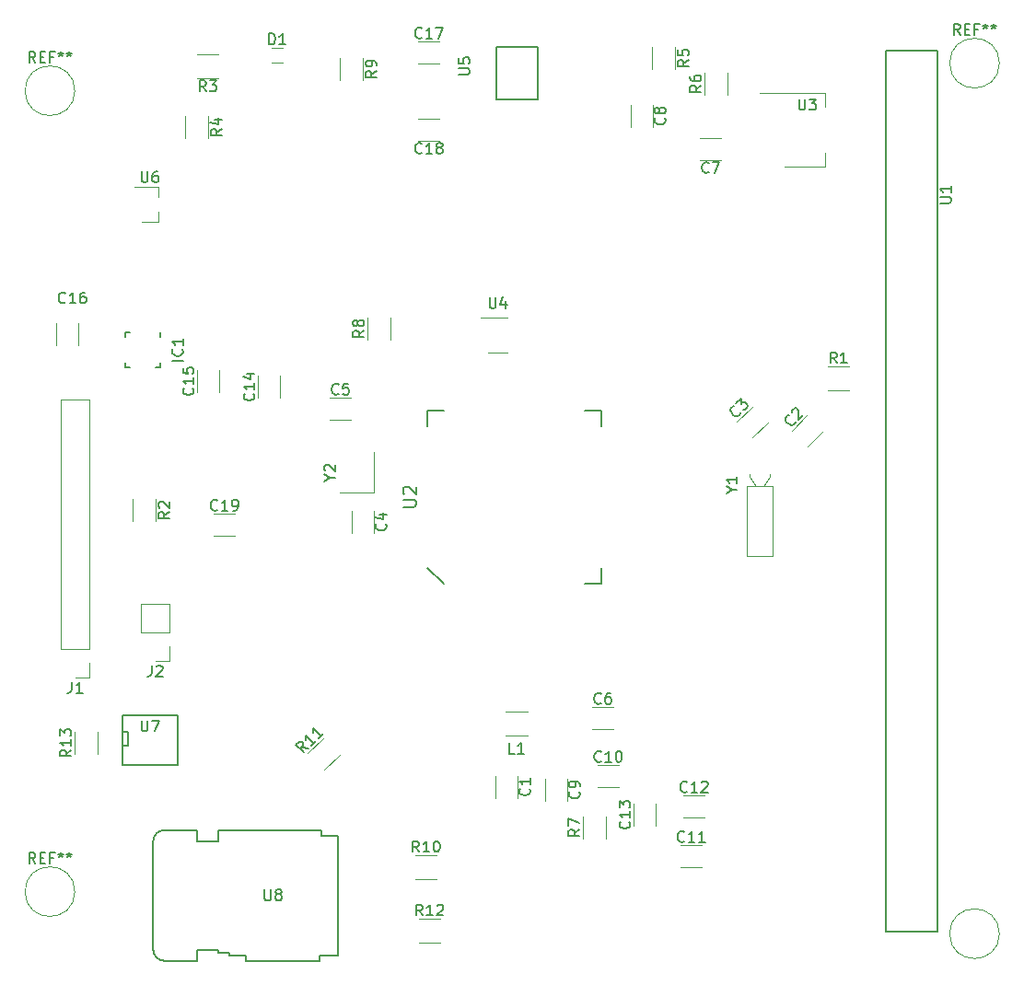
<source format=gto>
G04 #@! TF.GenerationSoftware,KiCad,Pcbnew,(5.1.2)-1*
G04 #@! TF.CreationDate,2019-06-17T17:11:17-03:00*
G04 #@! TF.ProjectId,pcb_v1,7063625f-7631-42e6-9b69-6361645f7063,rev?*
G04 #@! TF.SameCoordinates,Original*
G04 #@! TF.FileFunction,Legend,Top*
G04 #@! TF.FilePolarity,Positive*
%FSLAX46Y46*%
G04 Gerber Fmt 4.6, Leading zero omitted, Abs format (unit mm)*
G04 Created by KiCad (PCBNEW (5.1.2)-1) date 2019-06-17 17:11:17*
%MOMM*%
%LPD*%
G04 APERTURE LIST*
%ADD10C,0.120000*%
%ADD11C,0.150000*%
G04 APERTURE END LIST*
D10*
X142376000Y-55080000D02*
G75*
G03X142376000Y-55080000I-2286000J0D01*
G01*
X57366000Y-57620000D02*
G75*
G03X57366000Y-57620000I-2286000J0D01*
G01*
X57366000Y-131280000D02*
G75*
G03X57366000Y-131280000I-2286000J0D01*
G01*
X142376000Y-135150000D02*
G75*
G03X142376000Y-135150000I-2286000J0D01*
G01*
X81727711Y-118667497D02*
X80313497Y-120081711D01*
X78800289Y-118568503D02*
X80214503Y-117154289D01*
X119130000Y-94002000D02*
X119130000Y-100402000D01*
X119130000Y-100402000D02*
X121530000Y-100402000D01*
X121530000Y-100402000D02*
X121530000Y-94002000D01*
X121530000Y-94002000D02*
X119130000Y-94002000D01*
X119980000Y-94002000D02*
X119380000Y-93102000D01*
X119380000Y-93102000D02*
X119380000Y-92902000D01*
X120680000Y-94002000D02*
X121280000Y-93102000D01*
X121280000Y-93102000D02*
X121280000Y-92902000D01*
X107402000Y-119630000D02*
X105402000Y-119630000D01*
X105402000Y-121670000D02*
X107402000Y-121670000D01*
D11*
X105790000Y-86996000D02*
X104290000Y-86996000D01*
X105790000Y-88496000D02*
X105790000Y-86996000D01*
X105790000Y-102996000D02*
X104290000Y-102996000D01*
X105790000Y-101496000D02*
X105790000Y-102996000D01*
X89790000Y-86996000D02*
X91290000Y-86996000D01*
X89790000Y-88496000D02*
X89790000Y-86996000D01*
X91290000Y-102996000D02*
X89790000Y-101496000D01*
D10*
X62684000Y-97192000D02*
X62684000Y-95192000D01*
X64824000Y-95192000D02*
X64824000Y-97192000D01*
X68576000Y-83328000D02*
X68576000Y-85328000D01*
X70616000Y-85328000D02*
X70616000Y-83328000D01*
D11*
X99949000Y-58457000D02*
X96139000Y-58457000D01*
X99963000Y-53557000D02*
X99963000Y-58457000D01*
X96139000Y-53557000D02*
X99949000Y-53557000D01*
X96139000Y-53557000D02*
X96139000Y-58457000D01*
D10*
X128582000Y-85144000D02*
X126582000Y-85144000D01*
X126582000Y-83004000D02*
X128582000Y-83004000D01*
X98048000Y-122642000D02*
X98048000Y-120642000D01*
X96008000Y-120642000D02*
X96008000Y-122642000D01*
X124699858Y-87471644D02*
X123285644Y-88885858D01*
X124728142Y-90328356D02*
X126142356Y-88914142D01*
X84840000Y-98282000D02*
X84840000Y-96282000D01*
X82800000Y-96282000D02*
X82800000Y-98282000D01*
X82788000Y-85848000D02*
X80788000Y-85848000D01*
X80788000Y-87888000D02*
X82788000Y-87888000D01*
X106918000Y-114296000D02*
X104918000Y-114296000D01*
X104918000Y-116336000D02*
X106918000Y-116336000D01*
X114824000Y-64012000D02*
X116824000Y-64012000D01*
X116824000Y-61972000D02*
X114824000Y-61972000D01*
X110494000Y-60944000D02*
X110494000Y-58944000D01*
X108454000Y-58944000D02*
X108454000Y-60944000D01*
X102620000Y-122920000D02*
X102620000Y-120920000D01*
X100580000Y-120920000D02*
X100580000Y-122920000D01*
X115046000Y-126996000D02*
X113046000Y-126996000D01*
X113046000Y-129036000D02*
X115046000Y-129036000D01*
X115300000Y-122424000D02*
X113300000Y-122424000D01*
X113300000Y-124464000D02*
X115300000Y-124464000D01*
X108708000Y-123206000D02*
X108708000Y-125206000D01*
X110748000Y-125206000D02*
X110748000Y-123206000D01*
X96970000Y-114754000D02*
X98970000Y-114754000D01*
X98970000Y-116894000D02*
X96970000Y-116894000D01*
X110436000Y-55610000D02*
X110436000Y-53610000D01*
X112576000Y-53610000D02*
X112576000Y-55610000D01*
X117402000Y-55970000D02*
X117402000Y-57970000D01*
X115262000Y-57970000D02*
X115262000Y-55970000D01*
X106226000Y-124402000D02*
X106226000Y-126402000D01*
X104086000Y-126402000D02*
X104086000Y-124402000D01*
X126370000Y-64624000D02*
X126370000Y-63364000D01*
X126370000Y-57804000D02*
X126370000Y-59064000D01*
X122610000Y-64624000D02*
X126370000Y-64624000D01*
X120360000Y-57804000D02*
X126370000Y-57804000D01*
D11*
X131965700Y-53946360D02*
X131965700Y-134946360D01*
X136715700Y-53946360D02*
X131965700Y-53946360D01*
X136715700Y-134946360D02*
X136715700Y-53946360D01*
X131965700Y-134946360D02*
X136715700Y-134946360D01*
D10*
X74164000Y-83836000D02*
X74164000Y-85836000D01*
X76204000Y-85836000D02*
X76204000Y-83836000D01*
X55622000Y-79010000D02*
X55622000Y-81010000D01*
X57662000Y-81010000D02*
X57662000Y-79010000D01*
X90916000Y-53082000D02*
X88916000Y-53082000D01*
X88916000Y-55122000D02*
X90916000Y-55122000D01*
X88916000Y-62234000D02*
X90916000Y-62234000D01*
X90916000Y-60194000D02*
X88916000Y-60194000D01*
X86414000Y-78502000D02*
X86414000Y-80502000D01*
X84274000Y-80502000D02*
X84274000Y-78502000D01*
X81734000Y-56626000D02*
X81734000Y-54626000D01*
X83874000Y-54626000D02*
X83874000Y-56626000D01*
X95366000Y-81686000D02*
X97166000Y-81686000D01*
X97166000Y-78466000D02*
X94716000Y-78466000D01*
X72120000Y-96516000D02*
X70120000Y-96516000D01*
X70120000Y-98556000D02*
X72120000Y-98556000D01*
X76458000Y-55036000D02*
X75458000Y-55036000D01*
X75458000Y-53676000D02*
X76458000Y-53676000D01*
X58734000Y-86046000D02*
X56074000Y-86046000D01*
X58734000Y-108966000D02*
X58734000Y-86046000D01*
X56074000Y-108966000D02*
X56074000Y-86046000D01*
X58734000Y-108966000D02*
X56074000Y-108966000D01*
X58734000Y-110236000D02*
X58734000Y-111566000D01*
X58734000Y-111566000D02*
X57404000Y-111566000D01*
X66100000Y-104842000D02*
X63440000Y-104842000D01*
X66100000Y-107442000D02*
X66100000Y-104842000D01*
X63440000Y-107442000D02*
X63440000Y-104842000D01*
X66100000Y-107442000D02*
X63440000Y-107442000D01*
X66100000Y-108712000D02*
X66100000Y-110042000D01*
X66100000Y-110042000D02*
X64770000Y-110042000D01*
X68596000Y-54302000D02*
X70596000Y-54302000D01*
X70596000Y-56442000D02*
X68596000Y-56442000D01*
X67510000Y-61960000D02*
X67510000Y-59960000D01*
X69650000Y-59960000D02*
X69650000Y-61960000D01*
X90662000Y-130102000D02*
X88662000Y-130102000D01*
X88662000Y-127962000D02*
X90662000Y-127962000D01*
X90990000Y-135944000D02*
X88990000Y-135944000D01*
X88990000Y-133804000D02*
X90990000Y-133804000D01*
X59490000Y-116602000D02*
X59490000Y-118602000D01*
X57350000Y-118602000D02*
X57350000Y-116602000D01*
X65022000Y-69652000D02*
X65022000Y-68722000D01*
X65022000Y-66492000D02*
X65022000Y-67422000D01*
X65022000Y-66492000D02*
X62862000Y-66492000D01*
X65022000Y-69652000D02*
X63562000Y-69652000D01*
D11*
X61722000Y-115062000D02*
X66802000Y-115062000D01*
X66802000Y-115062000D02*
X66802000Y-119634000D01*
X66802000Y-119634000D02*
X61722000Y-119634000D01*
X61722000Y-119634000D02*
X61722000Y-115062000D01*
X61722000Y-116586000D02*
X62230000Y-116586000D01*
X62230000Y-116586000D02*
X62230000Y-117856000D01*
X62230000Y-117856000D02*
X61722000Y-117856000D01*
D10*
X81737000Y-94610000D02*
X84887000Y-94610000D01*
X84887000Y-94610000D02*
X84887000Y-90810000D01*
D11*
X65580000Y-125636000D02*
G75*
G03X64580000Y-126636000I0J-1000000D01*
G01*
X64580000Y-136636000D02*
G75*
G03X65580000Y-137636000I1000000J0D01*
G01*
X64580000Y-126636000D02*
X64580000Y-136636000D01*
X70580000Y-126636000D02*
X70580000Y-125636000D01*
X68580000Y-126636000D02*
X70580000Y-126636000D01*
X68580000Y-125636000D02*
X68580000Y-126636000D01*
X73080000Y-137136000D02*
X73080000Y-137636000D01*
X71580000Y-137136000D02*
X73080000Y-137136000D01*
X71580000Y-136886000D02*
X71580000Y-137136000D01*
X70580000Y-136886000D02*
X71580000Y-136886000D01*
X70580000Y-136636000D02*
X70580000Y-136886000D01*
X68580000Y-136636000D02*
X70580000Y-136636000D01*
X68580000Y-137636000D02*
X68580000Y-136636000D01*
X79830000Y-137136000D02*
X81580000Y-137136000D01*
X79830000Y-137636000D02*
X79830000Y-137136000D01*
X80080000Y-126136000D02*
X81580000Y-126136000D01*
X80080000Y-125636000D02*
X80080000Y-126136000D01*
X65580000Y-125636000D02*
X68580000Y-125636000D01*
X70580000Y-125636000D02*
X80080000Y-125636000D01*
X81580000Y-126136000D02*
X81580000Y-137136000D01*
X79830000Y-137636000D02*
X73080000Y-137636000D01*
X68580000Y-137636000D02*
X65580000Y-137636000D01*
X62008000Y-79861000D02*
X62408000Y-79861000D01*
X62008000Y-79861000D02*
X62008000Y-80261000D01*
X62008000Y-83061000D02*
X62408000Y-83061000D01*
X62008000Y-83061000D02*
X62008000Y-82661000D01*
X65208000Y-83061000D02*
X64808000Y-83061000D01*
X65208000Y-83061000D02*
X65208000Y-82661000D01*
X65208000Y-79861000D02*
X65208000Y-80261000D01*
D10*
X119664518Y-86664984D02*
X118250304Y-88079198D01*
X119692802Y-89521696D02*
X121107016Y-88107482D01*
D11*
X138756666Y-52484380D02*
X138423333Y-52008190D01*
X138185238Y-52484380D02*
X138185238Y-51484380D01*
X138566190Y-51484380D01*
X138661428Y-51532000D01*
X138709047Y-51579619D01*
X138756666Y-51674857D01*
X138756666Y-51817714D01*
X138709047Y-51912952D01*
X138661428Y-51960571D01*
X138566190Y-52008190D01*
X138185238Y-52008190D01*
X139185238Y-51960571D02*
X139518571Y-51960571D01*
X139661428Y-52484380D02*
X139185238Y-52484380D01*
X139185238Y-51484380D01*
X139661428Y-51484380D01*
X140423333Y-51960571D02*
X140090000Y-51960571D01*
X140090000Y-52484380D02*
X140090000Y-51484380D01*
X140566190Y-51484380D01*
X141090000Y-51484380D02*
X141090000Y-51722476D01*
X140851904Y-51627238D02*
X141090000Y-51722476D01*
X141328095Y-51627238D01*
X140947142Y-51912952D02*
X141090000Y-51722476D01*
X141232857Y-51912952D01*
X141851904Y-51484380D02*
X141851904Y-51722476D01*
X141613809Y-51627238D02*
X141851904Y-51722476D01*
X142090000Y-51627238D01*
X141709047Y-51912952D02*
X141851904Y-51722476D01*
X141994761Y-51912952D01*
X53746666Y-55024380D02*
X53413333Y-54548190D01*
X53175238Y-55024380D02*
X53175238Y-54024380D01*
X53556190Y-54024380D01*
X53651428Y-54072000D01*
X53699047Y-54119619D01*
X53746666Y-54214857D01*
X53746666Y-54357714D01*
X53699047Y-54452952D01*
X53651428Y-54500571D01*
X53556190Y-54548190D01*
X53175238Y-54548190D01*
X54175238Y-54500571D02*
X54508571Y-54500571D01*
X54651428Y-55024380D02*
X54175238Y-55024380D01*
X54175238Y-54024380D01*
X54651428Y-54024380D01*
X55413333Y-54500571D02*
X55080000Y-54500571D01*
X55080000Y-55024380D02*
X55080000Y-54024380D01*
X55556190Y-54024380D01*
X56080000Y-54024380D02*
X56080000Y-54262476D01*
X55841904Y-54167238D02*
X56080000Y-54262476D01*
X56318095Y-54167238D01*
X55937142Y-54452952D02*
X56080000Y-54262476D01*
X56222857Y-54452952D01*
X56841904Y-54024380D02*
X56841904Y-54262476D01*
X56603809Y-54167238D02*
X56841904Y-54262476D01*
X57080000Y-54167238D01*
X56699047Y-54452952D02*
X56841904Y-54262476D01*
X56984761Y-54452952D01*
X53746666Y-128684380D02*
X53413333Y-128208190D01*
X53175238Y-128684380D02*
X53175238Y-127684380D01*
X53556190Y-127684380D01*
X53651428Y-127732000D01*
X53699047Y-127779619D01*
X53746666Y-127874857D01*
X53746666Y-128017714D01*
X53699047Y-128112952D01*
X53651428Y-128160571D01*
X53556190Y-128208190D01*
X53175238Y-128208190D01*
X54175238Y-128160571D02*
X54508571Y-128160571D01*
X54651428Y-128684380D02*
X54175238Y-128684380D01*
X54175238Y-127684380D01*
X54651428Y-127684380D01*
X55413333Y-128160571D02*
X55080000Y-128160571D01*
X55080000Y-128684380D02*
X55080000Y-127684380D01*
X55556190Y-127684380D01*
X56080000Y-127684380D02*
X56080000Y-127922476D01*
X55841904Y-127827238D02*
X56080000Y-127922476D01*
X56318095Y-127827238D01*
X55937142Y-128112952D02*
X56080000Y-127922476D01*
X56222857Y-128112952D01*
X56841904Y-127684380D02*
X56841904Y-127922476D01*
X56603809Y-127827238D02*
X56841904Y-127922476D01*
X57080000Y-127827238D01*
X56699047Y-128112952D02*
X56841904Y-127922476D01*
X56984761Y-128112952D01*
X78821164Y-118084302D02*
X78248745Y-117983287D01*
X78417103Y-118488363D02*
X77709997Y-117781256D01*
X77979371Y-117511882D01*
X78080386Y-117478210D01*
X78147729Y-117478210D01*
X78248745Y-117511882D01*
X78349760Y-117612897D01*
X78383432Y-117713913D01*
X78383432Y-117781256D01*
X78349760Y-117882271D01*
X78080386Y-118151645D01*
X79494600Y-117410867D02*
X79090539Y-117814928D01*
X79292569Y-117612897D02*
X78585462Y-116905790D01*
X78619134Y-117074149D01*
X78619134Y-117208836D01*
X78585462Y-117309852D01*
X80168035Y-116737432D02*
X79763974Y-117141493D01*
X79966004Y-116939462D02*
X79258897Y-116232355D01*
X79292569Y-116400714D01*
X79292569Y-116535401D01*
X79258897Y-116636416D01*
X117786190Y-94303190D02*
X118262380Y-94303190D01*
X117262380Y-94636523D02*
X117786190Y-94303190D01*
X117262380Y-93969857D01*
X118262380Y-93112714D02*
X118262380Y-93684142D01*
X118262380Y-93398428D02*
X117262380Y-93398428D01*
X117405238Y-93493666D01*
X117500476Y-93588904D01*
X117548095Y-93684142D01*
X105759142Y-119257142D02*
X105711523Y-119304761D01*
X105568666Y-119352380D01*
X105473428Y-119352380D01*
X105330571Y-119304761D01*
X105235333Y-119209523D01*
X105187714Y-119114285D01*
X105140095Y-118923809D01*
X105140095Y-118780952D01*
X105187714Y-118590476D01*
X105235333Y-118495238D01*
X105330571Y-118400000D01*
X105473428Y-118352380D01*
X105568666Y-118352380D01*
X105711523Y-118400000D01*
X105759142Y-118447619D01*
X106711523Y-119352380D02*
X106140095Y-119352380D01*
X106425809Y-119352380D02*
X106425809Y-118352380D01*
X106330571Y-118495238D01*
X106235333Y-118590476D01*
X106140095Y-118638095D01*
X107330571Y-118352380D02*
X107425809Y-118352380D01*
X107521047Y-118400000D01*
X107568666Y-118447619D01*
X107616285Y-118542857D01*
X107663904Y-118733333D01*
X107663904Y-118971428D01*
X107616285Y-119161904D01*
X107568666Y-119257142D01*
X107521047Y-119304761D01*
X107425809Y-119352380D01*
X107330571Y-119352380D01*
X107235333Y-119304761D01*
X107187714Y-119257142D01*
X107140095Y-119161904D01*
X107092476Y-118971428D01*
X107092476Y-118733333D01*
X107140095Y-118542857D01*
X107187714Y-118447619D01*
X107235333Y-118400000D01*
X107330571Y-118352380D01*
X87557857Y-95910285D02*
X88529285Y-95910285D01*
X88643571Y-95853142D01*
X88700714Y-95796000D01*
X88757857Y-95681714D01*
X88757857Y-95453142D01*
X88700714Y-95338857D01*
X88643571Y-95281714D01*
X88529285Y-95224571D01*
X87557857Y-95224571D01*
X87672142Y-94710285D02*
X87615000Y-94653142D01*
X87557857Y-94538857D01*
X87557857Y-94253142D01*
X87615000Y-94138857D01*
X87672142Y-94081714D01*
X87786428Y-94024571D01*
X87900714Y-94024571D01*
X88072142Y-94081714D01*
X88757857Y-94767428D01*
X88757857Y-94024571D01*
X66056380Y-96358666D02*
X65580190Y-96692000D01*
X66056380Y-96930095D02*
X65056380Y-96930095D01*
X65056380Y-96549142D01*
X65104000Y-96453904D01*
X65151619Y-96406285D01*
X65246857Y-96358666D01*
X65389714Y-96358666D01*
X65484952Y-96406285D01*
X65532571Y-96453904D01*
X65580190Y-96549142D01*
X65580190Y-96930095D01*
X65151619Y-95977714D02*
X65104000Y-95930095D01*
X65056380Y-95834857D01*
X65056380Y-95596761D01*
X65104000Y-95501523D01*
X65151619Y-95453904D01*
X65246857Y-95406285D01*
X65342095Y-95406285D01*
X65484952Y-95453904D01*
X66056380Y-96025333D01*
X66056380Y-95406285D01*
X68203142Y-84970857D02*
X68250761Y-85018476D01*
X68298380Y-85161333D01*
X68298380Y-85256571D01*
X68250761Y-85399428D01*
X68155523Y-85494666D01*
X68060285Y-85542285D01*
X67869809Y-85589904D01*
X67726952Y-85589904D01*
X67536476Y-85542285D01*
X67441238Y-85494666D01*
X67346000Y-85399428D01*
X67298380Y-85256571D01*
X67298380Y-85161333D01*
X67346000Y-85018476D01*
X67393619Y-84970857D01*
X68298380Y-84018476D02*
X68298380Y-84589904D01*
X68298380Y-84304190D02*
X67298380Y-84304190D01*
X67441238Y-84399428D01*
X67536476Y-84494666D01*
X67584095Y-84589904D01*
X67298380Y-83113714D02*
X67298380Y-83589904D01*
X67774571Y-83637523D01*
X67726952Y-83589904D01*
X67679333Y-83494666D01*
X67679333Y-83256571D01*
X67726952Y-83161333D01*
X67774571Y-83113714D01*
X67869809Y-83066095D01*
X68107904Y-83066095D01*
X68203142Y-83113714D01*
X68250761Y-83161333D01*
X68298380Y-83256571D01*
X68298380Y-83494666D01*
X68250761Y-83589904D01*
X68203142Y-83637523D01*
X92670380Y-56133904D02*
X93479904Y-56133904D01*
X93575142Y-56086285D01*
X93622761Y-56038666D01*
X93670380Y-55943428D01*
X93670380Y-55752952D01*
X93622761Y-55657714D01*
X93575142Y-55610095D01*
X93479904Y-55562476D01*
X92670380Y-55562476D01*
X92670380Y-54610095D02*
X92670380Y-55086285D01*
X93146571Y-55133904D01*
X93098952Y-55086285D01*
X93051333Y-54991047D01*
X93051333Y-54752952D01*
X93098952Y-54657714D01*
X93146571Y-54610095D01*
X93241809Y-54562476D01*
X93479904Y-54562476D01*
X93575142Y-54610095D01*
X93622761Y-54657714D01*
X93670380Y-54752952D01*
X93670380Y-54991047D01*
X93622761Y-55086285D01*
X93575142Y-55133904D01*
X127415333Y-82676380D02*
X127082000Y-82200190D01*
X126843904Y-82676380D02*
X126843904Y-81676380D01*
X127224857Y-81676380D01*
X127320095Y-81724000D01*
X127367714Y-81771619D01*
X127415333Y-81866857D01*
X127415333Y-82009714D01*
X127367714Y-82104952D01*
X127320095Y-82152571D01*
X127224857Y-82200190D01*
X126843904Y-82200190D01*
X128367714Y-82676380D02*
X127796285Y-82676380D01*
X128082000Y-82676380D02*
X128082000Y-81676380D01*
X127986761Y-81819238D01*
X127891523Y-81914476D01*
X127796285Y-81962095D01*
X99135142Y-121808666D02*
X99182761Y-121856285D01*
X99230380Y-121999142D01*
X99230380Y-122094380D01*
X99182761Y-122237238D01*
X99087523Y-122332476D01*
X98992285Y-122380095D01*
X98801809Y-122427714D01*
X98658952Y-122427714D01*
X98468476Y-122380095D01*
X98373238Y-122332476D01*
X98278000Y-122237238D01*
X98230380Y-122094380D01*
X98230380Y-121999142D01*
X98278000Y-121856285D01*
X98325619Y-121808666D01*
X99230380Y-120856285D02*
X99230380Y-121427714D01*
X99230380Y-121142000D02*
X98230380Y-121142000D01*
X98373238Y-121237238D01*
X98468476Y-121332476D01*
X98516095Y-121427714D01*
X123611250Y-88032952D02*
X123611250Y-88100295D01*
X123543906Y-88234982D01*
X123476563Y-88302326D01*
X123341875Y-88369669D01*
X123207188Y-88369669D01*
X123106173Y-88335998D01*
X122937814Y-88234982D01*
X122836799Y-88133967D01*
X122735784Y-87965608D01*
X122702112Y-87864593D01*
X122702112Y-87729906D01*
X122769456Y-87595219D01*
X122836799Y-87527875D01*
X122971486Y-87460532D01*
X123038830Y-87460532D01*
X123308204Y-87191158D02*
X123308204Y-87123814D01*
X123341875Y-87022799D01*
X123510234Y-86854440D01*
X123611250Y-86820769D01*
X123678593Y-86820769D01*
X123779608Y-86854440D01*
X123846952Y-86921784D01*
X123914295Y-87056471D01*
X123914295Y-87864593D01*
X124352028Y-87426860D01*
X85927142Y-97448666D02*
X85974761Y-97496285D01*
X86022380Y-97639142D01*
X86022380Y-97734380D01*
X85974761Y-97877238D01*
X85879523Y-97972476D01*
X85784285Y-98020095D01*
X85593809Y-98067714D01*
X85450952Y-98067714D01*
X85260476Y-98020095D01*
X85165238Y-97972476D01*
X85070000Y-97877238D01*
X85022380Y-97734380D01*
X85022380Y-97639142D01*
X85070000Y-97496285D01*
X85117619Y-97448666D01*
X85355714Y-96591523D02*
X86022380Y-96591523D01*
X84974761Y-96829619D02*
X85689047Y-97067714D01*
X85689047Y-96448666D01*
X81621333Y-85475142D02*
X81573714Y-85522761D01*
X81430857Y-85570380D01*
X81335619Y-85570380D01*
X81192761Y-85522761D01*
X81097523Y-85427523D01*
X81049904Y-85332285D01*
X81002285Y-85141809D01*
X81002285Y-84998952D01*
X81049904Y-84808476D01*
X81097523Y-84713238D01*
X81192761Y-84618000D01*
X81335619Y-84570380D01*
X81430857Y-84570380D01*
X81573714Y-84618000D01*
X81621333Y-84665619D01*
X82526095Y-84570380D02*
X82049904Y-84570380D01*
X82002285Y-85046571D01*
X82049904Y-84998952D01*
X82145142Y-84951333D01*
X82383238Y-84951333D01*
X82478476Y-84998952D01*
X82526095Y-85046571D01*
X82573714Y-85141809D01*
X82573714Y-85379904D01*
X82526095Y-85475142D01*
X82478476Y-85522761D01*
X82383238Y-85570380D01*
X82145142Y-85570380D01*
X82049904Y-85522761D01*
X82002285Y-85475142D01*
X105751333Y-113923142D02*
X105703714Y-113970761D01*
X105560857Y-114018380D01*
X105465619Y-114018380D01*
X105322761Y-113970761D01*
X105227523Y-113875523D01*
X105179904Y-113780285D01*
X105132285Y-113589809D01*
X105132285Y-113446952D01*
X105179904Y-113256476D01*
X105227523Y-113161238D01*
X105322761Y-113066000D01*
X105465619Y-113018380D01*
X105560857Y-113018380D01*
X105703714Y-113066000D01*
X105751333Y-113113619D01*
X106608476Y-113018380D02*
X106418000Y-113018380D01*
X106322761Y-113066000D01*
X106275142Y-113113619D01*
X106179904Y-113256476D01*
X106132285Y-113446952D01*
X106132285Y-113827904D01*
X106179904Y-113923142D01*
X106227523Y-113970761D01*
X106322761Y-114018380D01*
X106513238Y-114018380D01*
X106608476Y-113970761D01*
X106656095Y-113923142D01*
X106703714Y-113827904D01*
X106703714Y-113589809D01*
X106656095Y-113494571D01*
X106608476Y-113446952D01*
X106513238Y-113399333D01*
X106322761Y-113399333D01*
X106227523Y-113446952D01*
X106179904Y-113494571D01*
X106132285Y-113589809D01*
X115657333Y-65099142D02*
X115609714Y-65146761D01*
X115466857Y-65194380D01*
X115371619Y-65194380D01*
X115228761Y-65146761D01*
X115133523Y-65051523D01*
X115085904Y-64956285D01*
X115038285Y-64765809D01*
X115038285Y-64622952D01*
X115085904Y-64432476D01*
X115133523Y-64337238D01*
X115228761Y-64242000D01*
X115371619Y-64194380D01*
X115466857Y-64194380D01*
X115609714Y-64242000D01*
X115657333Y-64289619D01*
X115990666Y-64194380D02*
X116657333Y-64194380D01*
X116228761Y-65194380D01*
X111581142Y-60110666D02*
X111628761Y-60158285D01*
X111676380Y-60301142D01*
X111676380Y-60396380D01*
X111628761Y-60539238D01*
X111533523Y-60634476D01*
X111438285Y-60682095D01*
X111247809Y-60729714D01*
X111104952Y-60729714D01*
X110914476Y-60682095D01*
X110819238Y-60634476D01*
X110724000Y-60539238D01*
X110676380Y-60396380D01*
X110676380Y-60301142D01*
X110724000Y-60158285D01*
X110771619Y-60110666D01*
X111104952Y-59539238D02*
X111057333Y-59634476D01*
X111009714Y-59682095D01*
X110914476Y-59729714D01*
X110866857Y-59729714D01*
X110771619Y-59682095D01*
X110724000Y-59634476D01*
X110676380Y-59539238D01*
X110676380Y-59348761D01*
X110724000Y-59253523D01*
X110771619Y-59205904D01*
X110866857Y-59158285D01*
X110914476Y-59158285D01*
X111009714Y-59205904D01*
X111057333Y-59253523D01*
X111104952Y-59348761D01*
X111104952Y-59539238D01*
X111152571Y-59634476D01*
X111200190Y-59682095D01*
X111295428Y-59729714D01*
X111485904Y-59729714D01*
X111581142Y-59682095D01*
X111628761Y-59634476D01*
X111676380Y-59539238D01*
X111676380Y-59348761D01*
X111628761Y-59253523D01*
X111581142Y-59205904D01*
X111485904Y-59158285D01*
X111295428Y-59158285D01*
X111200190Y-59205904D01*
X111152571Y-59253523D01*
X111104952Y-59348761D01*
X103707142Y-122086666D02*
X103754761Y-122134285D01*
X103802380Y-122277142D01*
X103802380Y-122372380D01*
X103754761Y-122515238D01*
X103659523Y-122610476D01*
X103564285Y-122658095D01*
X103373809Y-122705714D01*
X103230952Y-122705714D01*
X103040476Y-122658095D01*
X102945238Y-122610476D01*
X102850000Y-122515238D01*
X102802380Y-122372380D01*
X102802380Y-122277142D01*
X102850000Y-122134285D01*
X102897619Y-122086666D01*
X103802380Y-121610476D02*
X103802380Y-121420000D01*
X103754761Y-121324761D01*
X103707142Y-121277142D01*
X103564285Y-121181904D01*
X103373809Y-121134285D01*
X102992857Y-121134285D01*
X102897619Y-121181904D01*
X102850000Y-121229523D01*
X102802380Y-121324761D01*
X102802380Y-121515238D01*
X102850000Y-121610476D01*
X102897619Y-121658095D01*
X102992857Y-121705714D01*
X103230952Y-121705714D01*
X103326190Y-121658095D01*
X103373809Y-121610476D01*
X103421428Y-121515238D01*
X103421428Y-121324761D01*
X103373809Y-121229523D01*
X103326190Y-121181904D01*
X103230952Y-121134285D01*
X113403142Y-126623142D02*
X113355523Y-126670761D01*
X113212666Y-126718380D01*
X113117428Y-126718380D01*
X112974571Y-126670761D01*
X112879333Y-126575523D01*
X112831714Y-126480285D01*
X112784095Y-126289809D01*
X112784095Y-126146952D01*
X112831714Y-125956476D01*
X112879333Y-125861238D01*
X112974571Y-125766000D01*
X113117428Y-125718380D01*
X113212666Y-125718380D01*
X113355523Y-125766000D01*
X113403142Y-125813619D01*
X114355523Y-126718380D02*
X113784095Y-126718380D01*
X114069809Y-126718380D02*
X114069809Y-125718380D01*
X113974571Y-125861238D01*
X113879333Y-125956476D01*
X113784095Y-126004095D01*
X115307904Y-126718380D02*
X114736476Y-126718380D01*
X115022190Y-126718380D02*
X115022190Y-125718380D01*
X114926952Y-125861238D01*
X114831714Y-125956476D01*
X114736476Y-126004095D01*
X113657142Y-122051142D02*
X113609523Y-122098761D01*
X113466666Y-122146380D01*
X113371428Y-122146380D01*
X113228571Y-122098761D01*
X113133333Y-122003523D01*
X113085714Y-121908285D01*
X113038095Y-121717809D01*
X113038095Y-121574952D01*
X113085714Y-121384476D01*
X113133333Y-121289238D01*
X113228571Y-121194000D01*
X113371428Y-121146380D01*
X113466666Y-121146380D01*
X113609523Y-121194000D01*
X113657142Y-121241619D01*
X114609523Y-122146380D02*
X114038095Y-122146380D01*
X114323809Y-122146380D02*
X114323809Y-121146380D01*
X114228571Y-121289238D01*
X114133333Y-121384476D01*
X114038095Y-121432095D01*
X114990476Y-121241619D02*
X115038095Y-121194000D01*
X115133333Y-121146380D01*
X115371428Y-121146380D01*
X115466666Y-121194000D01*
X115514285Y-121241619D01*
X115561904Y-121336857D01*
X115561904Y-121432095D01*
X115514285Y-121574952D01*
X114942857Y-122146380D01*
X115561904Y-122146380D01*
X108335142Y-124848857D02*
X108382761Y-124896476D01*
X108430380Y-125039333D01*
X108430380Y-125134571D01*
X108382761Y-125277428D01*
X108287523Y-125372666D01*
X108192285Y-125420285D01*
X108001809Y-125467904D01*
X107858952Y-125467904D01*
X107668476Y-125420285D01*
X107573238Y-125372666D01*
X107478000Y-125277428D01*
X107430380Y-125134571D01*
X107430380Y-125039333D01*
X107478000Y-124896476D01*
X107525619Y-124848857D01*
X108430380Y-123896476D02*
X108430380Y-124467904D01*
X108430380Y-124182190D02*
X107430380Y-124182190D01*
X107573238Y-124277428D01*
X107668476Y-124372666D01*
X107716095Y-124467904D01*
X107430380Y-123563142D02*
X107430380Y-122944095D01*
X107811333Y-123277428D01*
X107811333Y-123134571D01*
X107858952Y-123039333D01*
X107906571Y-122991714D01*
X108001809Y-122944095D01*
X108239904Y-122944095D01*
X108335142Y-122991714D01*
X108382761Y-123039333D01*
X108430380Y-123134571D01*
X108430380Y-123420285D01*
X108382761Y-123515523D01*
X108335142Y-123563142D01*
X97803333Y-118576380D02*
X97327142Y-118576380D01*
X97327142Y-117576380D01*
X98660476Y-118576380D02*
X98089047Y-118576380D01*
X98374761Y-118576380D02*
X98374761Y-117576380D01*
X98279523Y-117719238D01*
X98184285Y-117814476D01*
X98089047Y-117862095D01*
X113808380Y-54776666D02*
X113332190Y-55110000D01*
X113808380Y-55348095D02*
X112808380Y-55348095D01*
X112808380Y-54967142D01*
X112856000Y-54871904D01*
X112903619Y-54824285D01*
X112998857Y-54776666D01*
X113141714Y-54776666D01*
X113236952Y-54824285D01*
X113284571Y-54871904D01*
X113332190Y-54967142D01*
X113332190Y-55348095D01*
X112808380Y-53871904D02*
X112808380Y-54348095D01*
X113284571Y-54395714D01*
X113236952Y-54348095D01*
X113189333Y-54252857D01*
X113189333Y-54014761D01*
X113236952Y-53919523D01*
X113284571Y-53871904D01*
X113379809Y-53824285D01*
X113617904Y-53824285D01*
X113713142Y-53871904D01*
X113760761Y-53919523D01*
X113808380Y-54014761D01*
X113808380Y-54252857D01*
X113760761Y-54348095D01*
X113713142Y-54395714D01*
X114934380Y-57136666D02*
X114458190Y-57470000D01*
X114934380Y-57708095D02*
X113934380Y-57708095D01*
X113934380Y-57327142D01*
X113982000Y-57231904D01*
X114029619Y-57184285D01*
X114124857Y-57136666D01*
X114267714Y-57136666D01*
X114362952Y-57184285D01*
X114410571Y-57231904D01*
X114458190Y-57327142D01*
X114458190Y-57708095D01*
X113934380Y-56279523D02*
X113934380Y-56470000D01*
X113982000Y-56565238D01*
X114029619Y-56612857D01*
X114172476Y-56708095D01*
X114362952Y-56755714D01*
X114743904Y-56755714D01*
X114839142Y-56708095D01*
X114886761Y-56660476D01*
X114934380Y-56565238D01*
X114934380Y-56374761D01*
X114886761Y-56279523D01*
X114839142Y-56231904D01*
X114743904Y-56184285D01*
X114505809Y-56184285D01*
X114410571Y-56231904D01*
X114362952Y-56279523D01*
X114315333Y-56374761D01*
X114315333Y-56565238D01*
X114362952Y-56660476D01*
X114410571Y-56708095D01*
X114505809Y-56755714D01*
X103758380Y-125568666D02*
X103282190Y-125902000D01*
X103758380Y-126140095D02*
X102758380Y-126140095D01*
X102758380Y-125759142D01*
X102806000Y-125663904D01*
X102853619Y-125616285D01*
X102948857Y-125568666D01*
X103091714Y-125568666D01*
X103186952Y-125616285D01*
X103234571Y-125663904D01*
X103282190Y-125759142D01*
X103282190Y-126140095D01*
X102758380Y-125235333D02*
X102758380Y-124568666D01*
X103758380Y-124997238D01*
X123952095Y-58380380D02*
X123952095Y-59189904D01*
X123999714Y-59285142D01*
X124047333Y-59332761D01*
X124142571Y-59380380D01*
X124333047Y-59380380D01*
X124428285Y-59332761D01*
X124475904Y-59285142D01*
X124523523Y-59189904D01*
X124523523Y-58380380D01*
X124904476Y-58380380D02*
X125523523Y-58380380D01*
X125190190Y-58761333D01*
X125333047Y-58761333D01*
X125428285Y-58808952D01*
X125475904Y-58856571D01*
X125523523Y-58951809D01*
X125523523Y-59189904D01*
X125475904Y-59285142D01*
X125428285Y-59332761D01*
X125333047Y-59380380D01*
X125047333Y-59380380D01*
X124952095Y-59332761D01*
X124904476Y-59285142D01*
X136918080Y-67958264D02*
X137727604Y-67958264D01*
X137822842Y-67910645D01*
X137870461Y-67863026D01*
X137918080Y-67767788D01*
X137918080Y-67577312D01*
X137870461Y-67482074D01*
X137822842Y-67434455D01*
X137727604Y-67386836D01*
X136918080Y-67386836D01*
X137918080Y-66386836D02*
X137918080Y-66958264D01*
X137918080Y-66672550D02*
X136918080Y-66672550D01*
X137060938Y-66767788D01*
X137156176Y-66863026D01*
X137203795Y-66958264D01*
X73791142Y-85478857D02*
X73838761Y-85526476D01*
X73886380Y-85669333D01*
X73886380Y-85764571D01*
X73838761Y-85907428D01*
X73743523Y-86002666D01*
X73648285Y-86050285D01*
X73457809Y-86097904D01*
X73314952Y-86097904D01*
X73124476Y-86050285D01*
X73029238Y-86002666D01*
X72934000Y-85907428D01*
X72886380Y-85764571D01*
X72886380Y-85669333D01*
X72934000Y-85526476D01*
X72981619Y-85478857D01*
X73886380Y-84526476D02*
X73886380Y-85097904D01*
X73886380Y-84812190D02*
X72886380Y-84812190D01*
X73029238Y-84907428D01*
X73124476Y-85002666D01*
X73172095Y-85097904D01*
X73219714Y-83669333D02*
X73886380Y-83669333D01*
X72838761Y-83907428D02*
X73553047Y-84145523D01*
X73553047Y-83526476D01*
X56507142Y-77065142D02*
X56459523Y-77112761D01*
X56316666Y-77160380D01*
X56221428Y-77160380D01*
X56078571Y-77112761D01*
X55983333Y-77017523D01*
X55935714Y-76922285D01*
X55888095Y-76731809D01*
X55888095Y-76588952D01*
X55935714Y-76398476D01*
X55983333Y-76303238D01*
X56078571Y-76208000D01*
X56221428Y-76160380D01*
X56316666Y-76160380D01*
X56459523Y-76208000D01*
X56507142Y-76255619D01*
X57459523Y-77160380D02*
X56888095Y-77160380D01*
X57173809Y-77160380D02*
X57173809Y-76160380D01*
X57078571Y-76303238D01*
X56983333Y-76398476D01*
X56888095Y-76446095D01*
X58316666Y-76160380D02*
X58126190Y-76160380D01*
X58030952Y-76208000D01*
X57983333Y-76255619D01*
X57888095Y-76398476D01*
X57840476Y-76588952D01*
X57840476Y-76969904D01*
X57888095Y-77065142D01*
X57935714Y-77112761D01*
X58030952Y-77160380D01*
X58221428Y-77160380D01*
X58316666Y-77112761D01*
X58364285Y-77065142D01*
X58411904Y-76969904D01*
X58411904Y-76731809D01*
X58364285Y-76636571D01*
X58316666Y-76588952D01*
X58221428Y-76541333D01*
X58030952Y-76541333D01*
X57935714Y-76588952D01*
X57888095Y-76636571D01*
X57840476Y-76731809D01*
X89273142Y-52709142D02*
X89225523Y-52756761D01*
X89082666Y-52804380D01*
X88987428Y-52804380D01*
X88844571Y-52756761D01*
X88749333Y-52661523D01*
X88701714Y-52566285D01*
X88654095Y-52375809D01*
X88654095Y-52232952D01*
X88701714Y-52042476D01*
X88749333Y-51947238D01*
X88844571Y-51852000D01*
X88987428Y-51804380D01*
X89082666Y-51804380D01*
X89225523Y-51852000D01*
X89273142Y-51899619D01*
X90225523Y-52804380D02*
X89654095Y-52804380D01*
X89939809Y-52804380D02*
X89939809Y-51804380D01*
X89844571Y-51947238D01*
X89749333Y-52042476D01*
X89654095Y-52090095D01*
X90558857Y-51804380D02*
X91225523Y-51804380D01*
X90796952Y-52804380D01*
X89273142Y-63321142D02*
X89225523Y-63368761D01*
X89082666Y-63416380D01*
X88987428Y-63416380D01*
X88844571Y-63368761D01*
X88749333Y-63273523D01*
X88701714Y-63178285D01*
X88654095Y-62987809D01*
X88654095Y-62844952D01*
X88701714Y-62654476D01*
X88749333Y-62559238D01*
X88844571Y-62464000D01*
X88987428Y-62416380D01*
X89082666Y-62416380D01*
X89225523Y-62464000D01*
X89273142Y-62511619D01*
X90225523Y-63416380D02*
X89654095Y-63416380D01*
X89939809Y-63416380D02*
X89939809Y-62416380D01*
X89844571Y-62559238D01*
X89749333Y-62654476D01*
X89654095Y-62702095D01*
X90796952Y-62844952D02*
X90701714Y-62797333D01*
X90654095Y-62749714D01*
X90606476Y-62654476D01*
X90606476Y-62606857D01*
X90654095Y-62511619D01*
X90701714Y-62464000D01*
X90796952Y-62416380D01*
X90987428Y-62416380D01*
X91082666Y-62464000D01*
X91130285Y-62511619D01*
X91177904Y-62606857D01*
X91177904Y-62654476D01*
X91130285Y-62749714D01*
X91082666Y-62797333D01*
X90987428Y-62844952D01*
X90796952Y-62844952D01*
X90701714Y-62892571D01*
X90654095Y-62940190D01*
X90606476Y-63035428D01*
X90606476Y-63225904D01*
X90654095Y-63321142D01*
X90701714Y-63368761D01*
X90796952Y-63416380D01*
X90987428Y-63416380D01*
X91082666Y-63368761D01*
X91130285Y-63321142D01*
X91177904Y-63225904D01*
X91177904Y-63035428D01*
X91130285Y-62940190D01*
X91082666Y-62892571D01*
X90987428Y-62844952D01*
X83946380Y-79668666D02*
X83470190Y-80002000D01*
X83946380Y-80240095D02*
X82946380Y-80240095D01*
X82946380Y-79859142D01*
X82994000Y-79763904D01*
X83041619Y-79716285D01*
X83136857Y-79668666D01*
X83279714Y-79668666D01*
X83374952Y-79716285D01*
X83422571Y-79763904D01*
X83470190Y-79859142D01*
X83470190Y-80240095D01*
X83374952Y-79097238D02*
X83327333Y-79192476D01*
X83279714Y-79240095D01*
X83184476Y-79287714D01*
X83136857Y-79287714D01*
X83041619Y-79240095D01*
X82994000Y-79192476D01*
X82946380Y-79097238D01*
X82946380Y-78906761D01*
X82994000Y-78811523D01*
X83041619Y-78763904D01*
X83136857Y-78716285D01*
X83184476Y-78716285D01*
X83279714Y-78763904D01*
X83327333Y-78811523D01*
X83374952Y-78906761D01*
X83374952Y-79097238D01*
X83422571Y-79192476D01*
X83470190Y-79240095D01*
X83565428Y-79287714D01*
X83755904Y-79287714D01*
X83851142Y-79240095D01*
X83898761Y-79192476D01*
X83946380Y-79097238D01*
X83946380Y-78906761D01*
X83898761Y-78811523D01*
X83851142Y-78763904D01*
X83755904Y-78716285D01*
X83565428Y-78716285D01*
X83470190Y-78763904D01*
X83422571Y-78811523D01*
X83374952Y-78906761D01*
X85106380Y-55792666D02*
X84630190Y-56126000D01*
X85106380Y-56364095D02*
X84106380Y-56364095D01*
X84106380Y-55983142D01*
X84154000Y-55887904D01*
X84201619Y-55840285D01*
X84296857Y-55792666D01*
X84439714Y-55792666D01*
X84534952Y-55840285D01*
X84582571Y-55887904D01*
X84630190Y-55983142D01*
X84630190Y-56364095D01*
X85106380Y-55316476D02*
X85106380Y-55126000D01*
X85058761Y-55030761D01*
X85011142Y-54983142D01*
X84868285Y-54887904D01*
X84677809Y-54840285D01*
X84296857Y-54840285D01*
X84201619Y-54887904D01*
X84154000Y-54935523D01*
X84106380Y-55030761D01*
X84106380Y-55221238D01*
X84154000Y-55316476D01*
X84201619Y-55364095D01*
X84296857Y-55411714D01*
X84534952Y-55411714D01*
X84630190Y-55364095D01*
X84677809Y-55316476D01*
X84725428Y-55221238D01*
X84725428Y-55030761D01*
X84677809Y-54935523D01*
X84630190Y-54887904D01*
X84534952Y-54840285D01*
X95504095Y-76628380D02*
X95504095Y-77437904D01*
X95551714Y-77533142D01*
X95599333Y-77580761D01*
X95694571Y-77628380D01*
X95885047Y-77628380D01*
X95980285Y-77580761D01*
X96027904Y-77533142D01*
X96075523Y-77437904D01*
X96075523Y-76628380D01*
X96980285Y-76961714D02*
X96980285Y-77628380D01*
X96742190Y-76580761D02*
X96504095Y-77295047D01*
X97123142Y-77295047D01*
X70477142Y-96143142D02*
X70429523Y-96190761D01*
X70286666Y-96238380D01*
X70191428Y-96238380D01*
X70048571Y-96190761D01*
X69953333Y-96095523D01*
X69905714Y-96000285D01*
X69858095Y-95809809D01*
X69858095Y-95666952D01*
X69905714Y-95476476D01*
X69953333Y-95381238D01*
X70048571Y-95286000D01*
X70191428Y-95238380D01*
X70286666Y-95238380D01*
X70429523Y-95286000D01*
X70477142Y-95333619D01*
X71429523Y-96238380D02*
X70858095Y-96238380D01*
X71143809Y-96238380D02*
X71143809Y-95238380D01*
X71048571Y-95381238D01*
X70953333Y-95476476D01*
X70858095Y-95524095D01*
X71905714Y-96238380D02*
X72096190Y-96238380D01*
X72191428Y-96190761D01*
X72239047Y-96143142D01*
X72334285Y-96000285D01*
X72381904Y-95809809D01*
X72381904Y-95428857D01*
X72334285Y-95333619D01*
X72286666Y-95286000D01*
X72191428Y-95238380D01*
X72000952Y-95238380D01*
X71905714Y-95286000D01*
X71858095Y-95333619D01*
X71810476Y-95428857D01*
X71810476Y-95666952D01*
X71858095Y-95762190D01*
X71905714Y-95809809D01*
X72000952Y-95857428D01*
X72191428Y-95857428D01*
X72286666Y-95809809D01*
X72334285Y-95762190D01*
X72381904Y-95666952D01*
X75219904Y-53358380D02*
X75219904Y-52358380D01*
X75458000Y-52358380D01*
X75600857Y-52406000D01*
X75696095Y-52501238D01*
X75743714Y-52596476D01*
X75791333Y-52786952D01*
X75791333Y-52929809D01*
X75743714Y-53120285D01*
X75696095Y-53215523D01*
X75600857Y-53310761D01*
X75458000Y-53358380D01*
X75219904Y-53358380D01*
X76743714Y-53358380D02*
X76172285Y-53358380D01*
X76458000Y-53358380D02*
X76458000Y-52358380D01*
X76362761Y-52501238D01*
X76267523Y-52596476D01*
X76172285Y-52644095D01*
X57070666Y-112018380D02*
X57070666Y-112732666D01*
X57023047Y-112875523D01*
X56927809Y-112970761D01*
X56784952Y-113018380D01*
X56689714Y-113018380D01*
X58070666Y-113018380D02*
X57499238Y-113018380D01*
X57784952Y-113018380D02*
X57784952Y-112018380D01*
X57689714Y-112161238D01*
X57594476Y-112256476D01*
X57499238Y-112304095D01*
X64436666Y-110494380D02*
X64436666Y-111208666D01*
X64389047Y-111351523D01*
X64293809Y-111446761D01*
X64150952Y-111494380D01*
X64055714Y-111494380D01*
X64865238Y-110589619D02*
X64912857Y-110542000D01*
X65008095Y-110494380D01*
X65246190Y-110494380D01*
X65341428Y-110542000D01*
X65389047Y-110589619D01*
X65436666Y-110684857D01*
X65436666Y-110780095D01*
X65389047Y-110922952D01*
X64817619Y-111494380D01*
X65436666Y-111494380D01*
X69429333Y-57674380D02*
X69096000Y-57198190D01*
X68857904Y-57674380D02*
X68857904Y-56674380D01*
X69238857Y-56674380D01*
X69334095Y-56722000D01*
X69381714Y-56769619D01*
X69429333Y-56864857D01*
X69429333Y-57007714D01*
X69381714Y-57102952D01*
X69334095Y-57150571D01*
X69238857Y-57198190D01*
X68857904Y-57198190D01*
X69762666Y-56674380D02*
X70381714Y-56674380D01*
X70048380Y-57055333D01*
X70191238Y-57055333D01*
X70286476Y-57102952D01*
X70334095Y-57150571D01*
X70381714Y-57245809D01*
X70381714Y-57483904D01*
X70334095Y-57579142D01*
X70286476Y-57626761D01*
X70191238Y-57674380D01*
X69905523Y-57674380D01*
X69810285Y-57626761D01*
X69762666Y-57579142D01*
X70882380Y-61126666D02*
X70406190Y-61460000D01*
X70882380Y-61698095D02*
X69882380Y-61698095D01*
X69882380Y-61317142D01*
X69930000Y-61221904D01*
X69977619Y-61174285D01*
X70072857Y-61126666D01*
X70215714Y-61126666D01*
X70310952Y-61174285D01*
X70358571Y-61221904D01*
X70406190Y-61317142D01*
X70406190Y-61698095D01*
X70215714Y-60269523D02*
X70882380Y-60269523D01*
X69834761Y-60507619D02*
X70549047Y-60745714D01*
X70549047Y-60126666D01*
X89019142Y-127634380D02*
X88685809Y-127158190D01*
X88447714Y-127634380D02*
X88447714Y-126634380D01*
X88828666Y-126634380D01*
X88923904Y-126682000D01*
X88971523Y-126729619D01*
X89019142Y-126824857D01*
X89019142Y-126967714D01*
X88971523Y-127062952D01*
X88923904Y-127110571D01*
X88828666Y-127158190D01*
X88447714Y-127158190D01*
X89971523Y-127634380D02*
X89400095Y-127634380D01*
X89685809Y-127634380D02*
X89685809Y-126634380D01*
X89590571Y-126777238D01*
X89495333Y-126872476D01*
X89400095Y-126920095D01*
X90590571Y-126634380D02*
X90685809Y-126634380D01*
X90781047Y-126682000D01*
X90828666Y-126729619D01*
X90876285Y-126824857D01*
X90923904Y-127015333D01*
X90923904Y-127253428D01*
X90876285Y-127443904D01*
X90828666Y-127539142D01*
X90781047Y-127586761D01*
X90685809Y-127634380D01*
X90590571Y-127634380D01*
X90495333Y-127586761D01*
X90447714Y-127539142D01*
X90400095Y-127443904D01*
X90352476Y-127253428D01*
X90352476Y-127015333D01*
X90400095Y-126824857D01*
X90447714Y-126729619D01*
X90495333Y-126682000D01*
X90590571Y-126634380D01*
X89347142Y-133476380D02*
X89013809Y-133000190D01*
X88775714Y-133476380D02*
X88775714Y-132476380D01*
X89156666Y-132476380D01*
X89251904Y-132524000D01*
X89299523Y-132571619D01*
X89347142Y-132666857D01*
X89347142Y-132809714D01*
X89299523Y-132904952D01*
X89251904Y-132952571D01*
X89156666Y-133000190D01*
X88775714Y-133000190D01*
X90299523Y-133476380D02*
X89728095Y-133476380D01*
X90013809Y-133476380D02*
X90013809Y-132476380D01*
X89918571Y-132619238D01*
X89823333Y-132714476D01*
X89728095Y-132762095D01*
X90680476Y-132571619D02*
X90728095Y-132524000D01*
X90823333Y-132476380D01*
X91061428Y-132476380D01*
X91156666Y-132524000D01*
X91204285Y-132571619D01*
X91251904Y-132666857D01*
X91251904Y-132762095D01*
X91204285Y-132904952D01*
X90632857Y-133476380D01*
X91251904Y-133476380D01*
X57022380Y-118244857D02*
X56546190Y-118578190D01*
X57022380Y-118816285D02*
X56022380Y-118816285D01*
X56022380Y-118435333D01*
X56070000Y-118340095D01*
X56117619Y-118292476D01*
X56212857Y-118244857D01*
X56355714Y-118244857D01*
X56450952Y-118292476D01*
X56498571Y-118340095D01*
X56546190Y-118435333D01*
X56546190Y-118816285D01*
X57022380Y-117292476D02*
X57022380Y-117863904D01*
X57022380Y-117578190D02*
X56022380Y-117578190D01*
X56165238Y-117673428D01*
X56260476Y-117768666D01*
X56308095Y-117863904D01*
X56022380Y-116959142D02*
X56022380Y-116340095D01*
X56403333Y-116673428D01*
X56403333Y-116530571D01*
X56450952Y-116435333D01*
X56498571Y-116387714D01*
X56593809Y-116340095D01*
X56831904Y-116340095D01*
X56927142Y-116387714D01*
X56974761Y-116435333D01*
X57022380Y-116530571D01*
X57022380Y-116816285D01*
X56974761Y-116911523D01*
X56927142Y-116959142D01*
X63500095Y-65024380D02*
X63500095Y-65833904D01*
X63547714Y-65929142D01*
X63595333Y-65976761D01*
X63690571Y-66024380D01*
X63881047Y-66024380D01*
X63976285Y-65976761D01*
X64023904Y-65929142D01*
X64071523Y-65833904D01*
X64071523Y-65024380D01*
X64976285Y-65024380D02*
X64785809Y-65024380D01*
X64690571Y-65072000D01*
X64642952Y-65119619D01*
X64547714Y-65262476D01*
X64500095Y-65452952D01*
X64500095Y-65833904D01*
X64547714Y-65929142D01*
X64595333Y-65976761D01*
X64690571Y-66024380D01*
X64881047Y-66024380D01*
X64976285Y-65976761D01*
X65023904Y-65929142D01*
X65071523Y-65833904D01*
X65071523Y-65595809D01*
X65023904Y-65500571D01*
X64976285Y-65452952D01*
X64881047Y-65405333D01*
X64690571Y-65405333D01*
X64595333Y-65452952D01*
X64547714Y-65500571D01*
X64500095Y-65595809D01*
X63500095Y-115530380D02*
X63500095Y-116339904D01*
X63547714Y-116435142D01*
X63595333Y-116482761D01*
X63690571Y-116530380D01*
X63881047Y-116530380D01*
X63976285Y-116482761D01*
X64023904Y-116435142D01*
X64071523Y-116339904D01*
X64071523Y-115530380D01*
X64452476Y-115530380D02*
X65119142Y-115530380D01*
X64690571Y-116530380D01*
X80838190Y-93186190D02*
X81314380Y-93186190D01*
X80314380Y-93519523D02*
X80838190Y-93186190D01*
X80314380Y-92852857D01*
X80409619Y-92567142D02*
X80362000Y-92519523D01*
X80314380Y-92424285D01*
X80314380Y-92186190D01*
X80362000Y-92090952D01*
X80409619Y-92043333D01*
X80504857Y-91995714D01*
X80600095Y-91995714D01*
X80742952Y-92043333D01*
X81314380Y-92614761D01*
X81314380Y-91995714D01*
X74818095Y-131088380D02*
X74818095Y-131897904D01*
X74865714Y-131993142D01*
X74913333Y-132040761D01*
X75008571Y-132088380D01*
X75199047Y-132088380D01*
X75294285Y-132040761D01*
X75341904Y-131993142D01*
X75389523Y-131897904D01*
X75389523Y-131088380D01*
X76008571Y-131516952D02*
X75913333Y-131469333D01*
X75865714Y-131421714D01*
X75818095Y-131326476D01*
X75818095Y-131278857D01*
X75865714Y-131183619D01*
X75913333Y-131136000D01*
X76008571Y-131088380D01*
X76199047Y-131088380D01*
X76294285Y-131136000D01*
X76341904Y-131183619D01*
X76389523Y-131278857D01*
X76389523Y-131326476D01*
X76341904Y-131421714D01*
X76294285Y-131469333D01*
X76199047Y-131516952D01*
X76008571Y-131516952D01*
X75913333Y-131564571D01*
X75865714Y-131612190D01*
X75818095Y-131707428D01*
X75818095Y-131897904D01*
X75865714Y-131993142D01*
X75913333Y-132040761D01*
X76008571Y-132088380D01*
X76199047Y-132088380D01*
X76294285Y-132040761D01*
X76341904Y-131993142D01*
X76389523Y-131897904D01*
X76389523Y-131707428D01*
X76341904Y-131612190D01*
X76294285Y-131564571D01*
X76199047Y-131516952D01*
X67310380Y-82437190D02*
X66310380Y-82437190D01*
X67215142Y-81389571D02*
X67262761Y-81437190D01*
X67310380Y-81580047D01*
X67310380Y-81675285D01*
X67262761Y-81818142D01*
X67167523Y-81913380D01*
X67072285Y-81961000D01*
X66881809Y-82008619D01*
X66738952Y-82008619D01*
X66548476Y-81961000D01*
X66453238Y-81913380D01*
X66358000Y-81818142D01*
X66310380Y-81675285D01*
X66310380Y-81580047D01*
X66358000Y-81437190D01*
X66405619Y-81389571D01*
X67310380Y-80437190D02*
X67310380Y-81008619D01*
X67310380Y-80722904D02*
X66310380Y-80722904D01*
X66453238Y-80818142D01*
X66548476Y-80913380D01*
X66596095Y-81008619D01*
X118575910Y-87226292D02*
X118575910Y-87293635D01*
X118508566Y-87428322D01*
X118441223Y-87495666D01*
X118306535Y-87563009D01*
X118171848Y-87563009D01*
X118070833Y-87529338D01*
X117902474Y-87428322D01*
X117801459Y-87327307D01*
X117700444Y-87158948D01*
X117666772Y-87057933D01*
X117666772Y-86923246D01*
X117734116Y-86788559D01*
X117801459Y-86721215D01*
X117936146Y-86653872D01*
X118003490Y-86653872D01*
X118171848Y-86350826D02*
X118609581Y-85913093D01*
X118643253Y-86418170D01*
X118744268Y-86317154D01*
X118845284Y-86283483D01*
X118912627Y-86283483D01*
X119013642Y-86317154D01*
X119182001Y-86485513D01*
X119215673Y-86586528D01*
X119215673Y-86653872D01*
X119182001Y-86754887D01*
X118979971Y-86956918D01*
X118878955Y-86990590D01*
X118811612Y-86990590D01*
M02*

</source>
